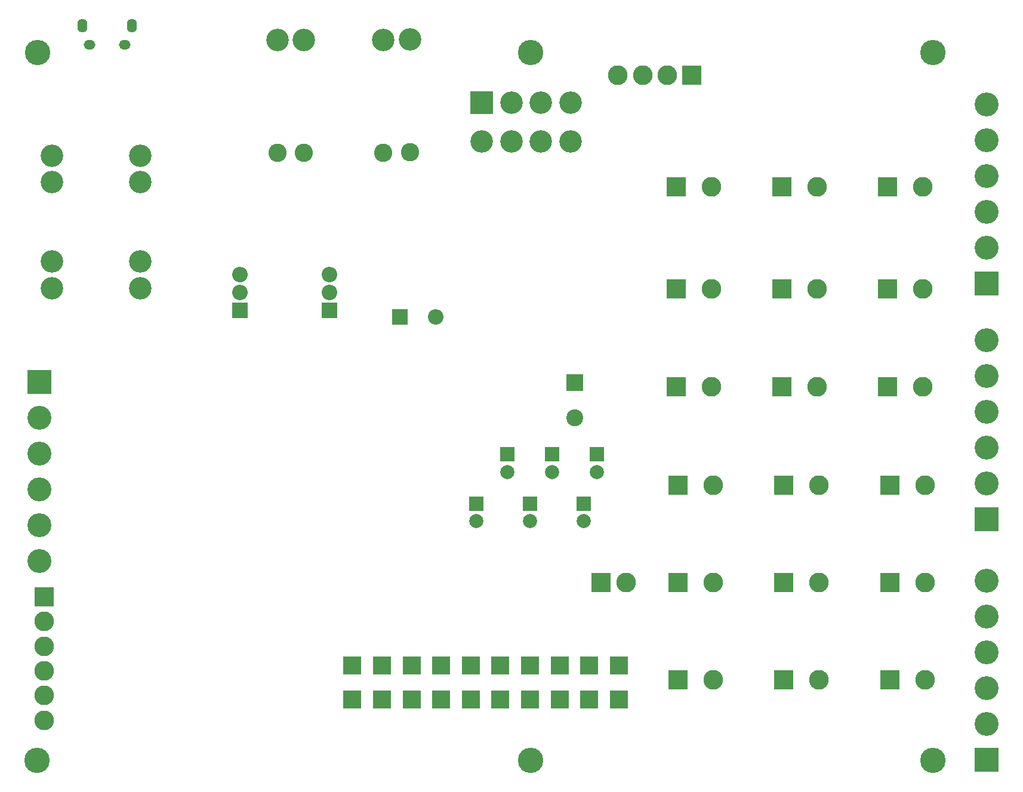
<source format=gbr>
G04 #@! TF.FileFunction,Soldermask,Bot*
%FSLAX46Y46*%
G04 Gerber Fmt 4.6, Leading zero omitted, Abs format (unit mm)*
G04 Created by KiCad (PCBNEW 4.0.7) date 04/21/18 17:47:42*
%MOMM*%
%LPD*%
G01*
G04 APERTURE LIST*
%ADD10C,0.100000*%
%ADD11C,3.600000*%
%ADD12R,2.800000X2.800000*%
%ADD13C,2.800000*%
%ADD14R,2.000000X2.000000*%
%ADD15C,2.000000*%
%ADD16R,2.400000X2.400000*%
%ADD17C,2.400000*%
%ADD18R,2.200000X2.200000*%
%ADD19O,2.200000X2.200000*%
%ADD20C,3.200000*%
%ADD21C,2.600000*%
%ADD22R,2.525980X2.525980*%
%ADD23O,1.650000X1.350000*%
%ADD24O,1.400000X1.950000*%
%ADD25R,3.400000X3.400000*%
%ADD26C,3.400000*%
%ADD27R,3.200000X3.200000*%
G04 APERTURE END LIST*
D10*
D11*
X154380000Y-40630000D03*
X154380000Y-141040000D03*
D12*
X175055000Y-59702000D03*
D13*
X180055000Y-59702000D03*
D12*
X175055000Y-74162000D03*
D13*
X180055000Y-74162000D03*
D12*
X175055000Y-87987000D03*
D13*
X180055000Y-87987000D03*
D12*
X175325000Y-101967000D03*
D13*
X180325000Y-101967000D03*
D12*
X175325000Y-115792000D03*
D13*
X180325000Y-115792000D03*
D12*
X175325000Y-129617000D03*
D13*
X180325000Y-129617000D03*
D14*
X154279600Y-104597200D03*
D15*
X154279600Y-107097200D03*
D12*
X190055000Y-59702000D03*
D13*
X195055000Y-59702000D03*
D12*
X190055000Y-74162000D03*
D13*
X195055000Y-74162000D03*
D12*
X190055000Y-87987000D03*
D13*
X195055000Y-87987000D03*
D12*
X190325000Y-101967000D03*
D13*
X195325000Y-101967000D03*
D12*
X190325000Y-115792000D03*
D13*
X195325000Y-115792000D03*
D12*
X190325000Y-129617000D03*
D13*
X195325000Y-129617000D03*
D14*
X146659600Y-104597200D03*
D15*
X146659600Y-107097200D03*
D12*
X205055000Y-59702000D03*
D13*
X210055000Y-59702000D03*
D12*
X205055000Y-74162000D03*
D13*
X210055000Y-74162000D03*
D12*
X205055000Y-87987000D03*
D13*
X210055000Y-87987000D03*
D12*
X205325000Y-101967000D03*
D13*
X210325000Y-101967000D03*
D12*
X205325000Y-115792000D03*
D13*
X210325000Y-115792000D03*
D12*
X205325000Y-129617000D03*
D13*
X210325000Y-129617000D03*
D14*
X161899600Y-104597200D03*
D15*
X161899600Y-107097200D03*
D14*
X151104600Y-97612200D03*
D15*
X151104600Y-100112200D03*
D14*
X157454600Y-97612200D03*
D15*
X157454600Y-100112200D03*
D14*
X163804600Y-97612200D03*
D15*
X163804600Y-100112200D03*
D13*
X167914200Y-115773200D03*
D12*
X164414200Y-115773200D03*
D13*
X85369400Y-121315600D03*
D12*
X85369400Y-117815600D03*
D13*
X85369400Y-124815600D03*
X85369400Y-128315600D03*
X85369400Y-131815600D03*
X85369400Y-135315600D03*
D16*
X160629600Y-87452200D03*
D17*
X160629600Y-92452200D03*
D18*
X113157000Y-77216000D03*
D19*
X113157000Y-74676000D03*
X113157000Y-72136000D03*
D18*
X125857000Y-77216000D03*
D19*
X125857000Y-74676000D03*
X125857000Y-72136000D03*
D13*
X170292000Y-43815000D03*
X166792000Y-43815000D03*
X173792000Y-43815000D03*
D12*
X177292000Y-43815000D03*
D20*
X118455000Y-38802000D03*
X122255000Y-38802000D03*
D21*
X118455000Y-54802000D03*
X122255000Y-54802000D03*
D20*
X133445000Y-38802000D03*
X137255000Y-38792000D03*
D21*
X133455000Y-54802000D03*
X137255000Y-54792000D03*
D11*
X84380000Y-141040000D03*
D18*
X135813800Y-78079600D03*
D19*
X140893800Y-78079600D03*
D22*
X129105660Y-127558800D03*
X129105660Y-132422900D03*
X133306820Y-127558800D03*
X133306820Y-132422900D03*
X137505440Y-127558800D03*
X137505440Y-132422900D03*
X141706600Y-127558800D03*
X141706600Y-132422900D03*
X145905220Y-127558800D03*
X145905220Y-132422900D03*
X150106380Y-127558800D03*
X150106380Y-132422900D03*
X154305000Y-127558800D03*
X154305000Y-132422900D03*
X158506160Y-127558800D03*
X158506160Y-132422900D03*
X162704780Y-127558800D03*
X162704780Y-132422900D03*
X166905940Y-127558800D03*
X166900860Y-132422900D03*
D23*
X91815400Y-39479200D03*
X96815400Y-39479200D03*
D24*
X97815400Y-36779200D03*
X90815400Y-36779200D03*
D25*
X219075000Y-106832400D03*
D26*
X219075000Y-101752400D03*
X219075000Y-96672400D03*
X219075000Y-91592400D03*
X219075000Y-86512400D03*
X219075000Y-81432400D03*
D25*
X84709000Y-87376000D03*
D26*
X84709000Y-92456000D03*
X84709000Y-97536000D03*
X84709000Y-102616000D03*
X84709000Y-107696000D03*
X84709000Y-112776000D03*
D25*
X219075000Y-140970000D03*
D26*
X219075000Y-135890000D03*
X219075000Y-130810000D03*
X219075000Y-125730000D03*
X219075000Y-120650000D03*
X219075000Y-115570000D03*
D25*
X219075000Y-73406000D03*
D26*
X219075000Y-68326000D03*
X219075000Y-63246000D03*
X219075000Y-58166000D03*
X219075000Y-53086000D03*
X219075000Y-48006000D03*
D20*
X98983800Y-55219600D03*
X98983800Y-59019600D03*
X86483800Y-55219600D03*
X86483800Y-59019600D03*
X98983800Y-70219600D03*
X98983800Y-74019600D03*
X86483800Y-70219600D03*
X86483800Y-74019600D03*
D27*
X147463400Y-47687600D03*
D20*
X151663400Y-47687600D03*
X155863400Y-47687600D03*
X160063400Y-47687600D03*
X147463400Y-53187600D03*
X151663400Y-53187600D03*
X155863400Y-53187600D03*
X160063400Y-53187600D03*
D11*
X211440000Y-141040000D03*
X211440000Y-40630000D03*
X84430000Y-40640000D03*
M02*

</source>
